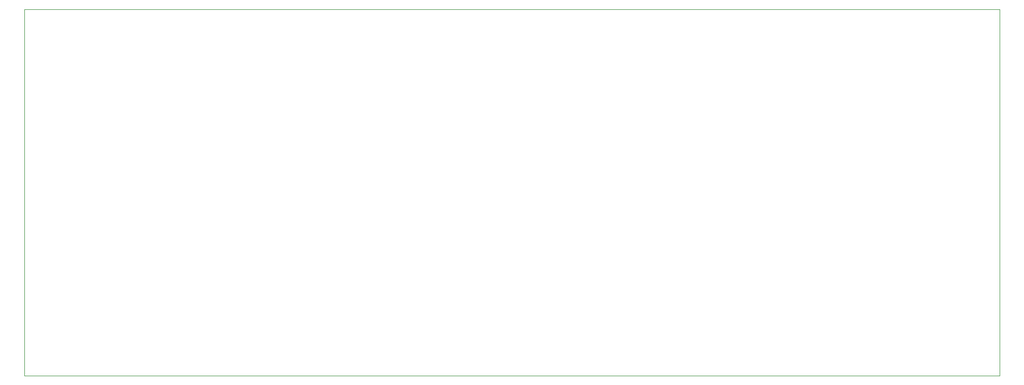
<source format=gbr>
%TF.GenerationSoftware,KiCad,Pcbnew,5.1.10-1.fc34*%
%TF.CreationDate,2021-06-19T08:30:20+03:00*%
%TF.ProjectId,Full schematic,46756c6c-2073-4636-9865-6d617469632e,rev?*%
%TF.SameCoordinates,Original*%
%TF.FileFunction,Profile,NP*%
%FSLAX46Y46*%
G04 Gerber Fmt 4.6, Leading zero omitted, Abs format (unit mm)*
G04 Created by KiCad (PCBNEW 5.1.10-1.fc34) date 2021-06-19 08:30:20*
%MOMM*%
%LPD*%
G01*
G04 APERTURE LIST*
%TA.AperFunction,Profile*%
%ADD10C,0.050000*%
%TD*%
G04 APERTURE END LIST*
D10*
X195326000Y-184404000D02*
X195326000Y-183896000D01*
X36068000Y-184404000D02*
X36068000Y-183896000D01*
X36576000Y-184404000D02*
X36068000Y-184404000D01*
X36576000Y-124460000D02*
X36068000Y-124460000D01*
X36068000Y-183896000D02*
X36068000Y-124460000D01*
X195326000Y-184404000D02*
X36576000Y-184404000D01*
X195326000Y-124460000D02*
X195326000Y-183896000D01*
X36576000Y-124460000D02*
X195326000Y-124460000D01*
M02*

</source>
